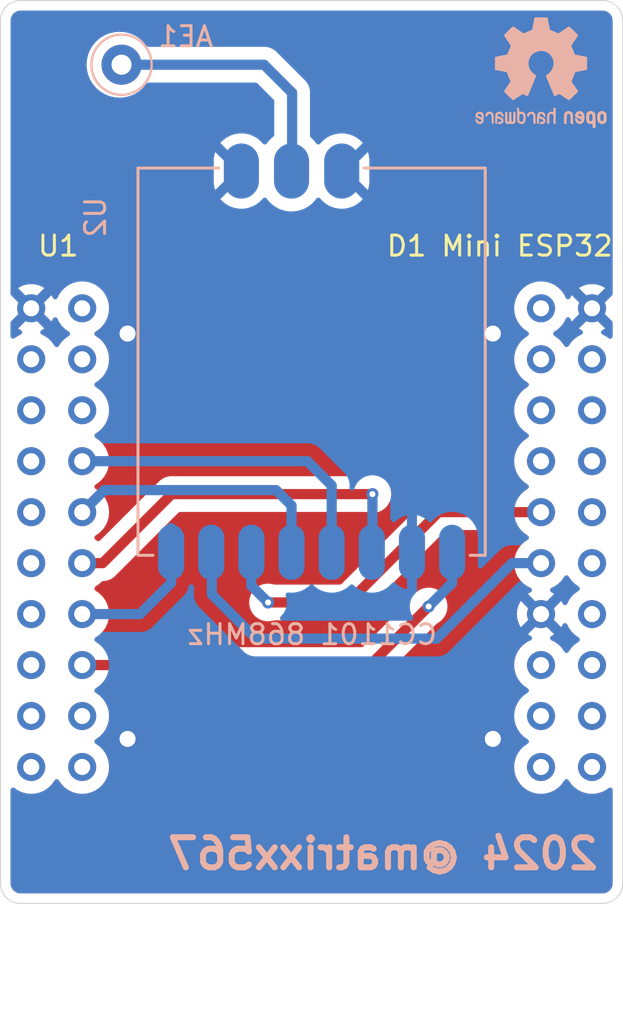
<source format=kicad_pcb>
(kicad_pcb (version 20240108) (generator "pcbnew") (generator_version "8.0")
  (title_block (comment 4 "AISLER Project ID: JBDCPSUR"))
  (layers (0 "F.Cu" signal) (31 "B.Cu" signal) (34 "B.Paste" user) (35 "F.Paste" user) (36 "B.SilkS" user "B.Silkscreen") (37 "F.SilkS" user "F.Silkscreen") (38 "B.Mask" user) (39 "F.Mask" user) (44 "Edge.Cuts" user))
  (net 0 "")
  (net 31 "Net-(AE1-A)")
  (net 32 "Net-(U1-IO_23{slash}D7)")
  (net 33 "Net-(U1-IO_19{slash}D6)")
  (net 34 "Net-(U1-3V3)")
  (net 35 "Net-(U1-IO_17{slash}D3)")
  (net 36 "Net-(U1-IO_16{slash}D4)")
  (net 37 "Net-(U1-IO_18{slash}D5)")
  (net 38 "Net-(U1-IO_05{slash}D8)")
  (net 39 "GND")
  (footprint "Module:ESP32_mini" (layer "F.Cu") (at 62.37 82.37)
    (property "Reference" "U1" (at -12.625 -14.535 0) (layer "F.SilkS"))
    (property "Value" "D1 Mini ESP32" (at 9.375 -14.535 0) (layer "F.SilkS"))
    (pad "1" thru_hole circle (at -13.97 -11.43 270) (size 1.4 1.4) (drill 0.8) (layers "*.Cu" "*.Mask") (net 39 "GND"))
    (pad "2" thru_hole circle (at -11.43 -11.43 270) (size 1.4 1.4) (drill 0.8) (layers "*.Cu" "*.Mask"))
    (pad "3" thru_hole circle (at -13.97 -8.89 270) (size 1.4 1.4) (drill 0.8) (layers "*.Cu" "*.Mask"))
    (pad "4" thru_hole circle (at -11.43 -8.89 270) (size 1.4 1.4) (drill 0.8) (layers "*.Cu" "*.Mask"))
    (pad "5" thru_hole circle (at -13.97 -6.35 270) (size 1.4 1.4) (drill 0.8) (layers "*.Cu" "*.Mask"))
    (pad "6" thru_hole circle (at -11.43 -6.35 270) (size 1.4 1.4) (drill 0.8) (layers "*.Cu" "*.Mask"))
    (pad "7" thru_hole circle (at -13.97 -3.81 270) (size 1.4 1.4) (drill 0.8) (layers "*.Cu" "*.Mask"))
    (pad "8" thru_hole circle (at -11.43 -3.81 270) (size 1.4 1.4) (drill 0.8) (layers "*.Cu" "*.Mask") (net 37 "Net-(U1-IO_18{slash}D5)"))
    (pad "9" thru_hole circle (at -13.97 -1.27 270) (size 1.4 1.4) (drill 0.8) (layers "*.Cu" "*.Mask"))
    (pad "10" thru_hole circle (at -11.43 -1.27 270) (size 1.4 1.4) (drill 0.8) (layers "*.Cu" "*.Mask") (net 33 "Net-(U1-IO_19{slash}D6)"))
    (pad "11" thru_hole circle (at -13.97 1.27 270) (size 1.4 1.4) (drill 0.8) (layers "*.Cu" "*.Mask"))
    (pad "12" thru_hole circle (at -11.43 1.27 270) (size 1.4 1.4) (drill 0.8) (layers "*.Cu" "*.Mask") (net 32 "Net-(U1-IO_23{slash}D7)"))
    (pad "13" thru_hole circle (at -13.97 3.81 270) (size 1.4 1.4) (drill 0.8) (layers "*.Cu" "*.Mask"))
    (pad "14" thru_hole circle (at -11.43 3.81 270) (size 1.4 1.4) (drill 0.8) (layers "*.Cu" "*.Mask") (net 38 "Net-(U1-IO_05{slash}D8)"))
    (pad "15" thru_hole circle (at -13.97 6.35 270) (size 1.4 1.4) (drill 0.8) (layers "*.Cu" "*.Mask"))
    (pad "16" thru_hole circle (at -11.43 6.35 270) (size 1.4 1.4) (drill 0.8) (layers "*.Cu" "*.Mask") (net 34 "Net-(U1-3V3)"))
    (pad "17" thru_hole circle (at -13.97 8.89 270) (size 1.4 1.4) (drill 0.8) (layers "*.Cu" "*.Mask"))
    (pad "18" thru_hole circle (at -11.43 8.89 270) (size 1.4 1.4) (drill 0.8) (layers "*.Cu" "*.Mask"))
    (pad "19" thru_hole circle (at -13.97 11.43 270) (size 1.4 1.4) (drill 0.8) (layers "*.Cu" "*.Mask"))
    (pad "20" thru_hole circle (at -11.43 11.43 270) (size 1.4 1.4) (drill 0.8) (layers "*.Cu" "*.Mask"))
    (pad "21" thru_hole circle (at 11.43 -11.43 270) (size 1.4 1.4) (drill 0.8) (layers "*.Cu" "*.Mask"))
    (pad "22" thru_hole circle (at 13.97 -11.43 270) (size 1.4 1.4) (drill 0.8) (layers "*.Cu" "*.Mask") (net 39 "GND"))
    (pad "23" thru_hole circle (at 11.43 -8.89 270) (size 1.4 1.4) (drill 0.8) (layers "*.Cu" "*.Mask"))
    (pad "24" thru_hole circle (at 13.97 -8.89 270) (size 1.4 1.4) (drill 0.8) (layers "*.Cu" "*.Mask"))
    (pad "25" thru_hole circle (at 11.43 -6.35 270) (size 1.4 1.4) (drill 0.8) (layers "*.Cu" "*.Mask"))
    (pad "26" thru_hole circle (at 13.97 -6.35 270) (size 1.4 1.4) (drill 0.8) (layers "*.Cu" "*.Mask"))
    (pad "27" thru_hole circle (at 11.43 -3.81 270) (size 1.4 1.4) (drill 0.8) (layers "*.Cu" "*.Mask"))
    (pad "28" thru_hole circle (at 13.97 -3.81 270) (size 1.4 1.4) (drill 0.8) (layers "*.Cu" "*.Mask"))
    (pad "29" thru_hole circle (at 11.43 -1.27 270) (size 1.4 1.4) (drill 0.8) (layers "*.Cu" "*.Mask") (net 35 "Net-(U1-IO_17{slash}D3)"))
    (pad "30" thru_hole circle (at 13.97 -1.27 270) (size 1.4 1.4) (drill 0.8) (layers "*.Cu" "*.Mask"))
    (pad "31" thru_hole circle (at 11.43 1.27 270) (size 1.4 1.4) (drill 0.8) (layers "*.Cu" "*.Mask") (net 36 "Net-(U1-IO_16{slash}D4)"))
    (pad "32" thru_hole circle (at 13.97 1.27 270) (size 1.4 1.4) (drill 0.8) (layers "*.Cu" "*.Mask"))
    (pad "33" thru_hole circle (at 11.43 3.81 270) (size 1.4 1.4) (drill 0.8) (layers "*.Cu" "*.Mask") (net 39 "GND"))
    (pad "34" thru_hole circle (at 13.97 3.81 270) (size 1.4 1.4) (drill 0.8) (layers "*.Cu" "*.Mask"))
    (pad "35" thru_hole circle (at 11.43 6.35 270) (size 1.4 1.4) (drill 0.8) (layers "*.Cu" "*.Mask"))
    (pad "36" thru_hole circle (at 13.97 6.35 270) (size 1.4 1.4) (drill 0.8) (layers "*.Cu" "*.Mask"))
    (pad "37" thru_hole circle (at 11.43 8.89 270) (size 1.4 1.4) (drill 0.8) (layers "*.Cu" "*.Mask"))
    (pad "38" thru_hole circle (at 13.97 8.89 270) (size 1.4 1.4) (drill 0.8) (layers "*.Cu" "*.Mask"))
    (pad "39" thru_hole circle (at 11.43 11.43 270) (size 1.4 1.4) (drill 0.8) (layers "*.Cu" "*.Mask"))
    (pad "40" thru_hole circle (at 13.97 11.43 270) (size 1.4 1.4) (drill 0.8) (layers "*.Cu" "*.Mask"))
  )
  (footprint "TestPoint:TestPoint_Loop_D1.80mm_Drill1.0mm_Beaded" (layer "B.Cu") (at 52.9 58.8 180)
    (property "Reference" "AE1" (at -3.2 1.4 180) (layer "B.SilkS") (effects (justify mirror)))
    (property "Value" "Antenna")
    (fp_circle (center 0 0) (end 1.5 0) (stroke (width 0.12)) (fill none) (layer "B.SilkS"))
    (pad "1" thru_hole circle (at 0 0 180) (size 2 2) (drill 1) (layers "*.Cu" "*.Mask") (net 31 "Net-(AE1-A)"))
  )
  (footprint "miscellaneous:CC1101-868MHz-Module" (layer "B.Cu") (at 62.37 73.6 90)
    (property "Reference" "U2" (at 7.2 -10.77 270) (layer "B.SilkS") (effects (justify mirror)))
    (property "Value" "CC1101 868MHz" (at -13.6 0.03 180) (layer "B.SilkS") (effects (justify mirror)))
    (fp_line (start 9.65 -8.65) (end 9.65 -4.625) (stroke (width 0.15)) (layer "B.SilkS"))
    (fp_line (start -9.65 -8.65) (end 9.65 -8.65) (stroke (width 0.15)) (layer "B.SilkS"))
    (fp_line (start -9.65 -7.9) (end -9.65 -8.65) (stroke (width 0.15)) (layer "B.SilkS"))
    (fp_line (start 9.65 2.625) (end 9.65 8.65) (stroke (width 0.15)) (layer "B.SilkS"))
    (fp_line (start 9.65 8.65) (end -9.65 8.65) (stroke (width 0.15)) (layer "B.SilkS"))
    (fp_line (start -9.65 8.65) (end -9.65 7.9) (stroke (width 0.15)) (layer "B.SilkS"))
    (pad "1" smd oval (at -9.5 7 90) (size 2.75 1.3) (layers "B.Cu" "B.Paste" "B.Mask") (net 34 "Net-(U1-3V3)"))
    (pad "2" smd oval (at -9.5 5 90) (size 2.75 1.3) (layers "B.Cu" "B.Paste" "B.Mask") (net 39 "GND"))
    (pad "3" smd oval (at -9.5 3 90) (size 2.75 1.3) (layers "B.Cu" "B.Paste" "B.Mask") (net 32 "Net-(U1-IO_23{slash}D7)"))
    (pad "4" smd oval (at -9.5 1 90) (size 2.75 1.3) (layers "B.Cu" "B.Paste" "B.Mask") (net 37 "Net-(U1-IO_18{slash}D5)"))
    (pad "5" smd oval (at -9.5 -1 90) (size 2.75 1.3) (layers "B.Cu" "B.Paste" "B.Mask") (net 33 "Net-(U1-IO_19{slash}D6)"))
    (pad "6" smd oval (at -9.5 -3 90) (size 2.75 1.3) (layers "B.Cu" "B.Paste" "B.Mask") (net 35 "Net-(U1-IO_17{slash}D3)"))
    (pad "7" smd oval (at -9.5 -5 90) (size 2.75 1.3) (layers "B.Cu" "B.Paste" "B.Mask") (net 36 "Net-(U1-IO_16{slash}D4)"))
    (pad "8" smd oval (at -9.5 -7 90) (size 2.75 1.3) (layers "B.Cu" "B.Paste" "B.Mask") (net 38 "Net-(U1-IO_05{slash}D8)"))
    (pad "9" smd oval (at 9.5 -3.5 90) (size 2.75 1.75) (layers "B.Cu" "B.Paste" "B.Mask") (net 39 "GND"))
    (pad "10" smd oval (at 9.5 -1 90) (size 2.75 1.75) (layers "B.Cu" "B.Paste" "B.Mask") (net 31 "Net-(AE1-A)"))
    (pad "11" smd oval (at 9.5 1.5 90) (size 2.75 1.75) (layers "B.Cu" "B.Paste" "B.Mask") (net 39 "GND"))
  )
  (footprint "Symbol:OSHW-Logo2_7.3x6mm_SilkScreen" (layer "B.Cu") (at 73.8 59.2 180)
    (property "Reference" "REF**" (hide yes))
    (property "Value" "OSHW-Logo2_7.3x6mm_SilkScreen" (hide yes))
    (fp_poly (pts (xy 2.6526 -1.958752) (xy 2.669948 -1.966334) (xy 2.711356 -1.999128) (xy 2.746765 -2.046547) (xy 2.768664 -2.097151) (xy 2.772229 -2.122098) (xy 2.760279 -2.156927) (xy 2.734067 -2.175357) (xy 2.705964 -2.186516) (xy 2.693095 -2.188572) (xy 2.686829 -2.173649) (xy 2.674456 -2.141175) (xy 2.669028 -2.126502) (xy 2.63859 -2.075744) (xy 2.59452 -2.050427) (xy 2.53801 -2.051206) (xy 2.533825 -2.052203) (xy 2.503655 -2.066507) (xy 2.481476 -2.094393) (xy 2.466327 -2.139287) (xy 2.45725 -2.204615) (xy 2.453286 -2.293804) (xy 2.452914 -2.341261) (xy 2.45273 -2.416071) (xy 2.451522 -2.467069) (xy 2.448309 -2.499471) (xy 2.442109 -2.518495) (xy 2.43194 -2.529356) (xy 2.416819 -2.537272) (xy 2.415946 -2.53767) (xy 2.386828 -2.549981) (xy 2.372403 -2.554514) (xy 2.370186 -2.540809) (xy 2.368289 -2.502925) (xy 2.366847 -2.445715) (xy 2.365998 -2.374027) (xy 2.365829 -2.321565) (xy 2.366692 -2.220047) (xy 2.37007 -2.143032) (xy 2.377142 -2.086023) (xy 2.389088 -2.044526) (xy 2.40709 -2.014043) (xy 2.432327 -1.99008) (xy 2.457247 -1.973355) (xy 2.517171 -1.951097) (xy 2.586911 -1.946076) (xy 2.6526 -1.958752)) (stroke (width 0.01)) (fill solid) (layer "B.SilkS"))
    (fp_poly (pts (xy -1.283907 -1.92778) (xy -1.237328 -1.954723) (xy -1.204943 -1.981466) (xy -1.181258 -2.009484) (xy -1.164941 -2.043748) (xy -1.154661 -2.089227) (xy -1.149086 -2.150892) (xy -1.146884 -2.233711) (xy -1.146629 -2.293246) (xy -1.146629 -2.512391) (xy -1.208314 -2.540044) (xy -1.27 -2.567697) (xy -1.277257 -2.32767) (xy -1.280256 -2.238028) (xy -1.283402 -2.172962) (xy -1.287299 -2.128026) (xy -1.292553 -2.09877) (xy -1.299769 -2.080748) (xy -1.30955 -2.069511) (xy -1.312688 -2.067079) (xy -1.360239 -2.048083) (xy -1.408303 -2.0556) (xy -1.436914 -2.075543) (xy -1.448553 -2.089675) (xy -1.456609 -2.10822) (xy -1.461729 -2.136334) (xy -1.464559 -2.179173) (xy -1.465744 -2.241895) (xy -1.465943 -2.307261) (xy -1.465982 -2.389268) (xy -1.467386 -2.447316) (xy -1.472086 -2.486465) (xy -1.482013 -2.51178) (xy -1.499097 -2.528323) (xy -1.525268 -2.541156) (xy -1.560225 -2.554491) (xy -1.598404 -2.569007) (xy -1.593859 -2.311389) (xy -1.592029 -2.218519) (xy -1.589888 -2.149889) (xy -1.586819 -2.100711) (xy -1.582206 -2.066198) (xy -1.575432 -2.041562) (xy -1.565881 -2.022016) (xy -1.554366 -2.00477) (xy -1.49881 -1.94968) (xy -1.43102 -1.917822) (xy -1.357287 -1.910191) (xy -1.283907 -1.92778)) (stroke (width 0.01)) (fill solid) (layer "B.SilkS"))
    (fp_poly (pts (xy 0.529926 -1.949755) (xy 0.595858 -1.974084) (xy 0.649273 -2.017117) (xy 0.670164 -2.047409) (xy 0.692939 -2.102994) (xy 0.692466 -2.143186) (xy 0.668562 -2.170217) (xy 0.659717 -2.174813) (xy 0.62153 -2.189144) (xy 0.602028 -2.185472) (xy 0.595422 -2.161407) (xy 0.595086 -2.148114) (xy 0.582992 -2.09921) (xy 0.551471 -2.064999) (xy 0.507659 -2.048476) (xy 0.458695 -2.052634) (xy 0.418894 -2.074227) (xy 0.40545 -2.086544) (xy 0.395921 -2.101487) (xy 0.389485 -2.124075) (xy 0.385317 -2.159328) (xy 0.382597 -2.212266) (xy 0.380502 -2.287907) (xy 0.37996 -2.311857) (xy 0.377981 -2.39379) (xy 0.375731 -2.451455) (xy 0.372357 -2.489608) (xy 0.367006 -2.513004) (xy 0.358824 -2.526398) (xy 0.346959 -2.534545) (xy 0.339362 -2.538144) (xy 0.307102 -2.550452) (xy 0.288111 -2.554514) (xy 0.281836 -2.540948) (xy 0.278006 -2.499934) (xy 0.2766 -2.430999) (xy 0.277598 -2.333669) (xy 0.277908 -2.318657) (xy 0.280101 -2.229859) (xy 0.282693 -2.165019) (xy 0.286382 -2.119067) (xy 0.291864 -2.086935) (xy 0.299835 -2.063553) (xy 0.310993 -2.043852) (xy 0.31683 -2.03541) (xy 0.350296 -1.998057) (xy 0.387727 -1.969003) (xy 0.392309 -1.966467) (xy 0.459426 -1.946443) (xy 0.529926 -1.949755)) (stroke (width 0.01)) (fill solid) (layer "B.SilkS"))
    (fp_poly (pts (xy 1.779833 -1.958663) (xy 1.782048 -1.99685) (xy 1.783784 -2.054886) (xy 1.784899 -2.12818) (xy 1.785257 -2.205055) (xy 1.785257 -2.465196) (xy 1.739326 -2.511127) (xy 1.707675 -2.539429) (xy 1.67989 -2.550893) (xy 1.641915 -2.550168) (xy 1.62684 -2.548321) (xy 1.579726 -2.542948) (xy 1.540756 -2.539869) (xy 1.531257 -2.539585) (xy 1.499233 -2.541445) (xy 1.453432 -2.546114) (xy 1.435674 -2.548321) (xy 1.392057 -2.551735) (xy 1.362745 -2.54432) (xy 1.33368 -2.521427) (xy 1.323188 -2.511127) (xy 1.277257 -2.465196) (xy 1.277257 -1.978602) (xy 1.314226 -1.961758) (xy 1.346059 -1.949282) (xy 1.364683 -1.944914) (xy 1.369458 -1.958718) (xy 1.373921 -1.997286) (xy 1.377775 -2.056356) (xy 1.380722 -2.131663) (xy 1.382143 -2.195286) (xy 1.386114 -2.445657) (xy 1.420759 -2.450556) (xy 1.452268 -2.447131) (xy 1.467708 -2.436041) (xy 1.472023 -2.415308) (xy 1.475708 -2.371145) (xy 1.478469 -2.309146) (xy 1.480012 -2.234909) (xy 1.480235 -2.196706) (xy 1.480457 -1.976783) (xy 1.526166 -1.960849) (xy 1.558518 -1.950015) (xy 1.576115 -1.944962) (xy 1.576623 -1.944914) (xy 1.578388 -1.958648) (xy 1.580329 -1.99673) (xy 1.582282 -2.054482) (xy 1.584084 -2.127227) (xy 1.585343 -2.195286) (xy 1.589314 -2.445657) (xy 1.6764 -2.445657) (xy 1.680396 -2.21724) (xy 1.684392 -1.988822) (xy 1.726847 -1.966868) (xy 1.758192 -1.951793) (xy 1.776744 -1.944951) (xy 1.777279 -1.944914) (xy 1.779833 -1.958663)) (stroke (width 0.01)) (fill solid) (layer "B.SilkS"))
    (fp_poly (pts (xy -0.624114 -1.851289) (xy -0.619861 -1.910613) (xy -0.614975 -1.945572) (xy -0.608205 -1.96082) (xy -0.598298 -1.961015) (xy -0.595086 -1.959195) (xy -0.552356 -1.946015) (xy -0.496773 -1.946785) (xy -0.440263 -1.960333) (xy -0.404918 -1.977861) (xy -0.368679 -2.005861) (xy -0.342187 -2.037549) (xy -0.324001 -2.077813) (xy -0.312678 -2.131543) (xy -0.306778 -2.203626) (xy -0.304857 -2.298951) (xy -0.304823 -2.317237) (xy -0.3048 -2.522646) (xy -0.350509 -2.53858) (xy -0.382973 -2.54942) (xy -0.400785 -2.554468) (xy -0.401309 -2.554514) (xy -0.403063 -2.540828) (xy -0.404556 -2.503076) (xy -0.405674 -2.446224) (xy -0.406303 -2.375234) (xy -0.4064 -2.332073) (xy -0.406602 -2.246973) (xy -0.407642 -2.185981) (xy -0.410169 -2.144177) (xy -0.414836 -2.116642) (xy -0.422293 -2.098456) (xy -0.433189 -2.084698) (xy -0.439993 -2.078073) (xy -0.486728 -2.051375) (xy -0.537728 -2.049375) (xy -0.583999 -2.071955) (xy -0.592556 -2.080107) (xy -0.605107 -2.095436) (xy -0.613812 -2.113618) (xy -0.619369 -2.139909) (xy -0.622474 -2.179562) (xy -0.623824 -2.237832) (xy -0.624114 -2.318173) (xy -0.624114 -2.522646) (xy -0.669823 -2.53858) (xy -0.702287 -2.54942) (xy -0.720099 -2.554468) (xy -0.720623 -2.554514) (xy -0.721963 -2.540623) (xy -0.723172 -2.501439) (xy -0.724199 -2.4407) (xy -0.724998 -2.362141) (xy -0.725519 -2.269498) (xy -0.725714 -2.166509) (xy -0.725714 -1.769342) (xy -0.678543 -1.749444) (xy -0.631371 -1.729547) (xy -0.624114 -1.851289)) (stroke (width 0.01)) (fill solid) (layer "B.SilkS"))
    (fp_poly (pts (xy -2.958885 -1.921962) (xy -2.890855 -1.957733) (xy -2.840649 -2.015301) (xy -2.822815 -2.052312) (xy -2.808937 -2.107882) (xy -2.801833 -2.178096) (xy -2.80116 -2.254727) (xy -2.806573 -2.329552) (xy -2.81773 -2.394342) (xy -2.834286 -2.440873) (xy -2.839374 -2.448887) (xy -2.899645 -2.508707) (xy -2.971231 -2.544535) (xy -3.048908 -2.55502) (xy -3.127452 -2.53881) (xy -3.149311 -2.529092) (xy -3.191878 -2.499143) (xy -3.229237 -2.459433) (xy -3.232768 -2.454397) (xy -3.247119 -2.430124) (xy -3.256606 -2.404178) (xy -3.26221 -2.370022) (xy -3.264914 -2.321119) (xy -3.265701 -2.250935) (xy -3.265714 -2.2352) (xy -3.265678 -2.230192) (xy -3.120571 -2.230192) (xy -3.119727 -2.29643) (xy -3.116404 -2.340386) (xy -3.109417 -2.368779) (xy -3.097584 -2.388325) (xy -3.091543 -2.394857) (xy -3.056814 -2.41968) (xy -3.023097 -2.418548) (xy -2.989005 -2.397016) (xy -2.968671 -2.374029) (xy -2.956629 -2.340478) (xy -2.949866 -2.287569) (xy -2.949402 -2.281399) (xy -2.948248 -2.185513) (xy -2.960312 -2.114299) (xy -2.98543 -2.068194) (xy -3.02344 -2.047635) (xy -3.037008 -2.046514) (xy -3.072636 -2.052152) (xy -3.097006 -2.071686) (xy -3.111907 -2.109042) (xy -3.119125 -2.16815) (xy -3.120571 -2.230192) (xy -3.265678 -2.230192) (xy -3.265174 -2.160413) (xy -3.262904 -2.108159) (xy -3.257932 -2.071949) (xy -3.249287 -2.045299) (xy -3.235995 -2.021722) (xy -3.233057 -2.017338) (xy -3.183687 -1.958249) (xy -3.129891 -1.923947) (xy -3.064398 -1.910331) (xy -3.042158 -1.909665) (xy -2.958885 -1.921962)) (stroke (width 0.01)) (fill solid) (layer "B.SilkS"))
    (fp_poly (pts (xy 3.153595 -1.966966) (xy 3.211021 -2.004497) (xy 3.238719 -2.038096) (xy 3.260662 -2.099064) (xy 3.262405 -2.147308) (xy 3.258457 -2.211816) (xy 3.109686 -2.276934) (xy 3.037349 -2.310202) (xy 2.990084 -2.336964) (xy 2.965507 -2.360144) (xy 2.961237 -2.382667) (xy 2.974889 -2.407455) (xy 2.989943 -2.423886) (xy 3.033746 -2.450235) (xy 3.081389 -2.452081) (xy 3.125145 -2.431546) (xy 3.157289 -2.390752) (xy 3.163038 -2.376347) (xy 3.190576 -2.331356) (xy 3.222258 -2.312182) (xy 3.265714 -2.295779) (xy 3.265714 -2.357966) (xy 3.261872 -2.400283) (xy 3.246823 -2.435969) (xy 3.21528 -2.476943) (xy 3.210592 -2.482267) (xy 3.175506 -2.51872) (xy 3.145347 -2.538283) (xy 3.107615 -2.547283) (xy 3.076335 -2.55023) (xy 3.020385 -2.550965) (xy 2.980555 -2.54166) (xy 2.955708 -2.527846) (xy 2.916656 -2.497467) (xy 2.889625 -2.464613) (xy 2.872517 -2.423294) (xy 2.863238 -2.367521) (xy 2.859693 -2.291305) (xy 2.85941 -2.252622) (xy 2.860372 -2.206247) (xy 2.948007 -2.206247) (xy 2.949023 -2.231126) (xy 2.951556 -2.2352) (xy 2.968274 -2.229665) (xy 3.004249 -2.215017) (xy 3.052331 -2.19419) (xy 3.062386 -2.189714) (xy 3.123152 -2.158814) (xy 3.156632 -2.131657) (xy 3.16399 -2.10622) (xy 3.146391 -2.080481) (xy 3.131856 -2.069109) (xy 3.07941 -2.046364) (xy 3.030322 -2.050122) (xy 2.989227 -2.077884) (xy 2.960758 -2.127152) (xy 2.951631 -2.166257) (xy 2.948007 -2.206247) (xy 2.860372 -2.206247) (xy 2.861285 -2.162249) (xy 2.868196 -2.095384) (xy 2.881884 -2.046695) (xy 2.904096 -2.010849) (xy 2.936574 -1.982513) (xy 2.950733 -1.973355) (xy 3.015053 -1.949507) (xy 3.085473 -1.948006) (xy 3.153595 -1.966966)) (stroke (width 0.01)) (fill solid) (layer "B.SilkS"))
    (fp_poly (pts (xy 1.190117 -2.065358) (xy 1.189933 -2.173837) (xy 1.189219 -2.257287) (xy 1.187675 -2.319704) (xy 1.185001 -2.365085) (xy 1.180894 -2.397429) (xy 1.175055 -2.420733) (xy 1.167182 -2.438995) (xy 1.161221 -2.449418) (xy 1.111855 -2.505945) (xy 1.049264 -2.541377) (xy 0.980013 -2.55409) (xy 0.910668 -2.542463) (xy 0.869375 -2.521568) (xy 0.826025 -2.485422) (xy 0.796481 -2.441276) (xy 0.778655 -2.383462) (xy 0.770463 -2.306313) (xy 0.769302 -2.249714) (xy 0.769458 -2.245647) (xy 0.870857 -2.245647) (xy 0.871476 -2.31055) (xy 0.874314 -2.353514) (xy 0.88084 -2.381622) (xy 0.892523 -2.401953) (xy 0.906483 -2.417288) (xy 0.953365 -2.44689) (xy 1.003701 -2.449419) (xy 1.051276 -2.424705) (xy 1.054979 -2.421356) (xy 1.070783 -2.403935) (xy 1.080693 -2.383209) (xy 1.086058 -2.352362) (xy 1.088228 -2.304577) (xy 1.088571 -2.251748) (xy 1.087827 -2.185381) (xy 1.084748 -2.141106) (xy 1.078061 -2.112009) (xy 1.066496 -2.091173) (xy 1.057013 -2.080107) (xy 1.01296 -2.052198) (xy 0.962224 -2.048843) (xy 0.913796 -2.070159) (xy 0.90445 -2.078073) (xy 0.88854 -2.095647) (xy 0.87861 -2.116587) (xy 0.873278 -2.147782) (xy 0.871163 -2.196122) (xy 0.870857 -2.245647) (xy 0.769458 -2.245647) (xy 0.77281 -2.158568) (xy 0.784726 -2.090086) (xy 0.807135 -2.0386) (xy 0.842124 -1.998443) (xy 0.869375 -1.977861) (xy 0.918907 -1.955625) (xy 0.976316 -1.945304) (xy 1.029682 -1.948067) (xy 1.059543 -1.959212) (xy 1.071261 -1.962383) (xy 1.079037 -1.950557) (xy 1.084465 -1.918866) (xy 1.088571 -1.870593) (xy 1.093067 -1.816829) (xy 1.099313 -1.784482) (xy 1.110676 -1.765985) (xy 1.130528 -1.75377) (xy 1.143 -1.748362) (xy 1.190171 -1.728601) (xy 1.190117 -2.065358)) (stroke (width 0.01)) (fill solid) (layer "B.SilkS"))
    (fp_poly (pts (xy -1.831697 -1.931239) (xy -1.774473 -1.969735) (xy -1.730251 -2.025335) (xy -1.703833 -2.096086) (xy -1.69849 -2.148162) (xy -1.699097 -2.169893) (xy -1.704178 -2.186531) (xy -1.718145 -2.201437) (xy -1.745411 -2.217973) (xy -1.790388 -2.239498) (xy -1.857489 -2.269374) (xy -1.857829 -2.269524) (xy -1.919593 -2.297813) (xy -1.970241 -2.322933) (xy -2.004596 -2.342179) (xy -2.017482 -2.352848) (xy -2.017486 -2.352934) (xy -2.006128 -2.376166) (xy -1.979569 -2.401774) (xy -1.949077 -2.420221) (xy -1.93363 -2.423886) (xy -1.891485 -2.411212) (xy -1.855192 -2.379471) (xy -1.837483 -2.344572) (xy -1.820448 -2.318845) (xy -1.787078 -2.289546) (xy -1.747851 -2.264235) (xy -1.713244 -2.250471) (xy -1.706007 -2.249714) (xy -1.697861 -2.26216) (xy -1.69737 -2.293972) (xy -1.703357 -2.336866) (xy -1.714643 -2.382558) (xy -1.73005 -2.422761) (xy -1.730829 -2.424322) (xy -1.777196 -2.489062) (xy -1.837289 -2.533097) (xy -1.905535 -2.554711) (xy -1.976362 -2.552185) (xy -2.044196 -2.523804) (xy -2.047212 -2.521808) (xy -2.100573 -2.473448) (xy -2.13566 -2.410352) (xy -2.155078 -2.327387) (xy -2.157684 -2.304078) (xy -2.162299 -2.194055) (xy -2.156767 -2.142748) (xy -2.017486 -2.142748) (xy -2.015676 -2.174753) (xy -2.005778 -2.184093) (xy -1.981102 -2.177105) (xy -1.942205 -2.160587) (xy -1.898725 -2.139881) (xy -1.897644 -2.139333) (xy -1.860791 -2.119949) (xy -1.846 -2.107013) (xy -1.849647 -2.093451) (xy -1.865005 -2.075632) (xy -1.904077 -2.049845) (xy -1.946154 -2.04795) (xy -1.983897 -2.066717) (xy -2.009966 -2.102915) (xy -2.017486 -2.142748) (xy -2.156767 -2.142748) (xy -2.152806 -2.106027) (xy -2.12845 -2.036212) (xy -2.094544 -1.987302) (xy -2.033347 -1.937878) (xy -1.965937 -1.913359) (xy -1.89712 -1.911797) (xy -1.831697 -1.931239)) (stroke (width 0.01)) (fill solid) (layer "B.SilkS"))
    (fp_poly (pts (xy 0.039744 -1.950968) (xy 0.096616 -1.972087) (xy 0.097267 -1.972493) (xy 0.13244 -1.99838) (xy 0.158407 -2.028633) (xy 0.17667 -2.068058) (xy 0.188732 -2.121462) (xy 0.196096 -2.193651) (xy 0.200264 -2.289432) (xy 0.200629 -2.303078) (xy 0.205876 -2.508842) (xy 0.161716 -2.531678) (xy 0.129763 -2.54711) (xy 0.11047 -2.554423) (xy 0.109578 -2.554514) (xy 0.106239 -2.541022) (xy 0.103587 -2.504626) (xy 0.101956 -2.451452) (xy 0.1016 -2.408393) (xy 0.101592 -2.338641) (xy 0.098403 -2.294837) (xy 0.087288 -2.273944) (xy 0.063501 -2.272925) (xy 0.022296 -2.288741) (xy -0.039914 -2.317815) (xy -0.085659 -2.341963) (xy -0.109187 -2.362913) (xy -0.116104 -2.385747) (xy -0.116114 -2.386877) (xy -0.104701 -2.426212) (xy -0.070908 -2.447462) (xy -0.019191 -2.450539) (xy 0.018061 -2.450006) (xy 0.037703 -2.460735) (xy 0.049952 -2.486505) (xy 0.057002 -2.519337) (xy 0.046842 -2.537966) (xy 0.043017 -2.540632) (xy 0.007001 -2.55134) (xy -0.043434 -2.552856) (xy -0.095374 -2.545759) (xy -0.132178 -2.532788) (xy -0.183062 -2.489585) (xy -0.211986 -2.429446) (xy -0.217714 -2.382462) (xy -0.213343 -2.340082) (xy -0.197525 -2.305488) (xy -0.166203 -2.274763) (xy -0.115322 -2.24399) (xy -0.040824 -2.209252) (xy -0.036286 -2.207288) (xy 0.030821 -2.176287) (xy 0.072232 -2.150862) (xy 0.089981 -2.128014) (xy 0.086107 -2.104745) (xy 0.062643 -2.078056) (xy 0.055627 -2.071914) (xy 0.00863 -2.0481) (xy -0.040067 -2.049103) (xy -0.082478 -2.072451) (xy -0.110616 -2.115675) (xy -0.113231 -2.12416) (xy -0.138692 -2.165308) (xy -0.170999 -2.185128) (xy -0.217714 -2.20477) (xy -0.217714 -2.15395) (xy -0.203504 -2.080082) (xy -0.161325 -2.012327) (xy -0.139376 -1.989661) (xy -0.089483 -1.960569) (xy -0.026033 -1.9474) (xy 0.039744 -1.950968)) (stroke (width 0.01)) (fill solid) (layer "B.SilkS"))
    (fp_poly (pts (xy 2.144876 -1.956335) (xy 2.186667 -1.975344) (xy 2.219469 -1.998378) (xy 2.243503 -2.024133) (xy 2.260097 -2.057358) (xy 2.270577 -2.1028) (xy 2.276271 -2.165207) (xy 2.278507 -2.249327) (xy 2.278743 -2.304721) (xy 2.278743 -2.520826) (xy 2.241774 -2.53767) (xy 2.212656 -2.549981) (xy 2.198231 -2.554514) (xy 2.195472 -2.541025) (xy 2.193282 -2.504653) (xy 2.191942 -2.451542) (xy 2.191657 -2.409372) (xy 2.190434 -2.348447) (xy 2.187136 -2.300115) (xy 2.182321 -2.270518) (xy 2.178496 -2.264229) (xy 2.152783 -2.270652) (xy 2.112418 -2.287125) (xy 2.065679 -2.309458) (xy 2.020845 -2.333457) (xy 1.986193 -2.35493) (xy 1.970002 -2.369685) (xy 1.969938 -2.369845) (xy 1.97133 -2.397152) (xy 1.983818 -2.423219) (xy 2.005743 -2.444392) (xy 2.037743 -2.451474) (xy 2.065092 -2.450649) (xy 2.103826 -2.450042) (xy 2.124158 -2.459116) (xy 2.136369 -2.483092) (xy 2.137909 -2.487613) (xy 2.143203 -2.521806) (xy 2.129047 -2.542568) (xy 2.092148 -2.552462) (xy 2.052289 -2.554292) (xy 1.980562 -2.540727) (xy 1.943432 -2.521355) (xy 1.897576 -2.475845) (xy 1.873256 -2.419983) (xy 1.871073 -2.360957) (xy 1.891629 -2.305953) (xy 1.922549 -2.271486) (xy 1.95342 -2.252189) (xy 2.001942 -2.227759) (xy 2.058485 -2.202985) (xy 2.06791 -2.199199) (xy 2.130019 -2.171791) (xy 2.165822 -2.147634) (xy 2.177337 -2.123619) (xy 2.16658 -2.096635) (xy 2.148114 -2.075543) (xy 2.104469 -2.049572) (xy 2.056446 -2.047624) (xy 2.012406 -2.067637) (xy 1.980709 -2.107551) (xy 1.976549 -2.117848) (xy 1.952327 -2.155724) (xy 1.916965 -2.183842) (xy 1.872343 -2.206917) (xy 1.872343 -2.141485) (xy 1.874969 -2.101506) (xy 1.88623 -2.069997) (xy 1.911199 -2.036378) (xy 1.935169 -2.010484) (xy 1.972441 -1.973817) (xy 2.001401 -1.954121) (xy 2.032505 -1.94622) (xy 2.067713 -1.944914) (xy 2.144876 -1.956335)) (stroke (width 0.01)) (fill solid) (layer "B.SilkS"))
    (fp_poly (pts (xy -2.400256 -1.919918) (xy -2.344799 -1.947568) (xy -2.295852 -1.99848) (xy -2.282371 -2.017338) (xy -2.267686 -2.042015) (xy -2.258158 -2.068816) (xy -2.252707 -2.104587) (xy -2.250253 -2.156169) (xy -2.249714 -2.224267) (xy -2.252148 -2.317588) (xy -2.260606 -2.387657) (xy -2.276826 -2.439931) (xy -2.302546 -2.479869) (xy -2.339503 -2.512929) (xy -2.342218 -2.514886) (xy -2.37864 -2.534908) (xy -2.422498 -2.544815) (xy -2.478276 -2.547257) (xy -2.568952 -2.547257) (xy -2.56899 -2.635283) (xy -2.569834 -2.684308) (xy -2.574976 -2.713065) (xy -2.588413 -2.730311) (xy -2.614142 -2.744808) (xy -2.620321 -2.747769) (xy -2.649236 -2.761648) (xy -2.671624 -2.770414) (xy -2.688271 -2.771171) (xy -2.699964 -2.761023) (xy -2.70749 -2.737073) (xy -2.711634 -2.696426) (xy -2.713185 -2.636186) (xy -2.712929 -2.553455) (xy -2.711651 -2.445339) (xy -2.711252 -2.413) (xy -2.709815 -2.301524) (xy -2.708528 -2.228603) (xy -2.569029 -2.228603) (xy -2.568245 -2.290499) (xy -2.56476 -2.330997) (xy -2.556876 -2.357708) (xy -2.542895 -2.378244) (xy -2.533403 -2.38826) (xy -2.494596 -2.417567) (xy -2.460237 -2.419952) (xy -2.424784 -2.39575) (xy -2.423886 -2.394857) (xy -2.409461 -2.376153) (xy -2.400687 -2.350732) (xy -2.396261 -2.311584) (xy -2.394882 -2.251697) (xy -2.394857 -2.23843) (xy -2.398188 -2.155901) (xy -2.409031 -2.098691) (xy -2.42866 -2.063766) (xy -2.45835 -2.048094) (xy -2.475509 -2.046514) (xy -2.516234 -2.053926) (xy -2.544168 -2.07833) (xy -2.560983 -2.12298) (xy -2.56835 -2.19113) (xy -2.569029 -2.228603) (xy -2.708528 -2.228603) (xy -2.708292 -2.215245) (xy -2.706323 -2.150333) (xy -2.70355 -2.102958) (xy -2.699612 -2.06929) (xy -2.694151 -2.045498) (xy -2.686808 -2.027753) (xy -2.677223 -2.012224) (xy -2.673113 -2.006381) (xy -2.618595 -1.951185) (xy -2.549664 -1.91989) (xy -2.469928 -1.911165) (xy -2.400256 -1.919918)) (stroke (width 0.01)) (fill solid) (layer "B.SilkS"))
    (fp_poly (pts (xy 0.10391 2.757652) (xy 0.182454 2.757222) (xy 0.239298 2.756058) (xy 0.278105 2.753793) (xy 0.302538 2.75006) (xy 0.316262 2.744494) (xy 0.32294 2.736727) (xy 0.326236 2.726395) (xy 0.326556 2.725057) (xy 0.331562 2.700921) (xy 0.340829 2.653299) (xy 0.353392 2.587259) (xy 0.368287 2.507872) (xy 0.384551 2.420204) (xy 0.385119 2.417125) (xy 0.40141 2.331211) (xy 0.416652 2.255304) (xy 0.429861 2.193955) (xy 0.440054 2.151718) (xy 0.446248 2.133145) (xy 0.446543 2.132816) (xy 0.464788 2.123747) (xy 0.502405 2.108633) (xy 0.551271 2.090738) (xy 0.551543 2.090642) (xy 0.613093 2.067507) (xy 0.685657 2.038035) (xy 0.754057 2.008403) (xy 0.757294 2.006938) (xy 0.868702 1.956374) (xy 1.115399 2.12484) (xy 1.191077 2.176197) (xy 1.259631 2.222111) (xy 1.317088 2.25997) (xy 1.359476 2.287163) (xy 1.382825 2.301079) (xy 1.385042 2.302111) (xy 1.40201 2.297516) (xy 1.433701 2.275345) (xy 1.481352 2.234553) (xy 1.546198 2.174095) (xy 1.612397 2.109773) (xy 1.676214 2.046388) (xy 1.733329 1.988549) (xy 1.780305 1.939825) (xy 1.813703 1.90379) (xy 1.830085 1.884016) (xy 1.830694 1.882998) (xy 1.832505 1.869428) (xy 1.825683 1.847267) (xy 1.80854 1.813522) (xy 1.779393 1.7652) (xy 1.736555 1.699308) (xy 1.679448 1.614483) (xy 1.628766 1.539823) (xy 1.583461 1.47286) (xy 1.54615 1.417484) (xy 1.519452 1.37758) (xy 1.505985 1.357038) (xy 1.505137 1.355644) (xy 1.506781 1.335962) (xy 1.519245 1.297707) (xy 1.540048 1.248111) (xy 1.547462 1.232272) (xy 1.579814 1.16171) (xy 1.614328 1.081647) (xy 1.642365 1.012371) (xy 1.662568 0.960955) (xy 1.678615 0.921881) (xy 1.687888 0.901459) (xy 1.689041 0.899886) (xy 1.706096 0.897279) (xy 1.746298 0.890137) (xy 1.804302 0.879477) (xy 1.874763 0.866315) (xy 1.952335 0.851667) (xy 2.031672 0.836551) (xy 2.107431 0.821982) (xy 2.174264 0.808978) (xy 2.226828 0.798555) (xy 2.259776 0.79173) (xy 2.267857 0.789801) (xy 2.276205 0.785038) (xy 2.282506 0.774282) (xy 2.287045 0.753902) (xy 2.290104 0.720266) (xy 2.291967 0.669745) (xy 2.292918 0.598708) (xy 2.29324 0.503524) (xy 2.293257 0.464508) (xy 2.293257 0.147201) (xy 2.217057 0.132161) (xy 2.174663 0.124005) (xy 2.1114 0.112101) (xy 2.034962 0.097884) (xy 1.953043 0.08279) (xy 1.9304 0.078645) (xy 1.854806 0.063947) (xy 1.788953 0.049495) (xy 1.738366 0.036625) (xy 1.708574 0.026678) (xy 1.703612 0.023713) (xy 1.691426 0.002717) (xy 1.673953 -0.037967) (xy 1.654577 -0.090322) (xy 1.650734 -0.1016) (xy 1.625339 -0.171523) (xy 1.593817 -0.250418) (xy 1.562969 -0.321266) (xy 1.562817 -0.321595) (xy 1.511447 -0.432733) (xy 1.680399 -0.681253) (xy 1.849352 -0.929772) (xy 1.632429 -1.147058) (xy 1.566819 -1.211726) (xy 1.506979 -1.268733) (xy 1.456267 -1.315033) (xy 1.418046 -1.347584) (xy 1.395675 -1.363343) (xy 1.392466 -1.364343) (xy 1.373626 -1.356469) (xy 1.33518 -1.334578) (xy 1.28133 -1.301267) (xy 1.216276 -1.259131) (xy 1.14594 -1.211943) (xy 1.074555 -1.16381) (xy 1.010908 -1.121928) (xy 0.959041 -1.088871) (xy 0.922995 -1.067218) (xy 0.906867 -1.059543) (xy 0.887189 -1.066037) (xy 0.849875 -1.08315) (xy 0.802621 -1.107326) (xy 0.797612 -1.110013) (xy 0.733977 -1.141927) (xy 0.690341 -1.157579) (xy 0.663202 -1.157745) (xy 0.649057 -1.143204) (xy 0.648975 -1.143) (xy 0.641905 -1.125779) (xy 0.625042 -1.084899) (xy 0.599695 -1.023525) (xy 0.567171 -0.944819) (xy 0.528778 -0.851947) (xy 0.485822 -0.748072) (xy 0.444222 -0.647502) (xy 0.398504 -0.536516) (xy 0.356526 -0.433703) (xy 0.319548 -0.342215) (xy 0.288827 -0.265201) (xy 0.265622 -0.205815) (xy 0.25119 -0.167209) (xy 0.246743 -0.1528) (xy 0.257896 -0.136272) (xy 0.287069 -0.10993) (xy 0.325971 -0.080887) (xy 0.436757 0.010961) (xy 0.523351 0.116241) (xy 0.584716 0.232734) (xy 0.619815 0.358224) (xy 0.627608 0.490493) (xy 0.621943 0.551543) (xy 0.591078 0.678205) (xy 0.53792 0.790059) (xy 0.465767 0.885999) (xy 0.377917 0.964924) (xy 0.277665 1.02573) (xy 0.16831 1.067313) (xy 0.053147 1.088572) (xy -0.064525 1.088401) (xy -0.18141 1.065699) (xy -0.294211 1.019362) (xy -0.399631 0.948287) (xy -0.443632 0.908089) (xy -0.528021 0.804871) (xy -0.586778 0.692075) (xy -0.620296 0.57299) (xy -0.628965 0.450905) (xy -0.613177 0.329107) (xy -0.573322 0.210884) (xy -0.509793 0.099525) (xy -0.422979 -0.001684) (xy -0.325971 -0.080887) (xy -0.285563 -0.111162) (xy -0.257018 -0.137219) (xy -0.246743 -0.152825) (xy -0.252123 -0.169843) (xy -0.267425 -0.2105) (xy -0.291388 -0.271642) (xy -0.322756 -0.350119) (xy -0.360268 -0.44278) (xy -0.402667 -0.546472) (xy -0.444337 -0.647526) (xy -0.49031 -0.758607) (xy -0.532893 -0.861541) (xy -0.570779 -0.953165) (xy -0.60266 -1.030316) (xy -0.627229 -1.089831) (xy -0.64318 -1.128544) (xy -0.64909 -1.143) (xy -0.663052 -1.157685) (xy -0.69006 -1.157642) (xy -0.733587 -1.142099) (xy -0.79711 -1.110284) (xy -0.797612 -1.110013) (xy -0.84544 -1.085323) (xy -0.884103 -1.067338) (xy -0.905905 -1.059614) (xy -0.906867 -1.059543) (xy -0.923279 -1.067378) (xy -0.959513 -1.089165) (xy -1.011526 -1.122328) (xy -1.075275 -1.164291) (xy -1.14594 -1.211943) (xy -1.217884 -1.260191) (xy -1.282726 -1.302151) (xy -1.336265 -1.335227) (xy -1.374303 -1.356821) (xy -1.392467 -1.364343) (xy -1.409192 -1.354457) (xy -1.44282 -1.326826) (xy -1.48999 -1.284495) (xy -1.547342 -1.230505) (xy -1.611516 -1.167899) (xy -1.632503 -1.146983) (xy -1.849501 -0.929623) (xy -1.684332 -0.68722) (xy -1.634136 -0.612781) (xy -1.590081 -0.545972) (xy -1.554638 -0.490665) (xy -1.530281 -0.450729) (xy -1.519478 -0.430036) (xy -1.519162 -0.428563) (xy -1.524857 -0.409058) (xy -1.540174 -0.369822) (xy -1.562463 -0.31743) (xy -1.578107 -0.282355) (xy -1.607359 -0.215201) (xy -1.634906 -0.147358) (xy -1.656263 -0.090034) (xy -1.662065 -0.072572) (xy -1.678548 -0.025938) (xy -1.69466 0.010095) (xy -1.70351 0.023713) (xy -1.72304 0.032048) (xy -1.765666 0.043863) (xy -1.825855 0.057819) (xy -1.898078 0.072578) (xy -1.9304 0.078645) (xy -2.012478 0.093727) (xy -2.091205 0.108331) (xy -2.158891 0.12102) (xy -2.20784 0.130358) (xy -2.217057 0.132161) (xy -2.293257 0.147201) (xy -2.293257 0.464508) (xy -2.293086 0.568846) (xy -2.292384 0.647787) (xy -2.290866 0.704962) (xy -2.288251 0.744001) (xy -2.284254 0.768535) (xy -2.278591 0.782195) (xy -2.27098 0.788611) (xy -2.267857 0.789801) (xy -2.249022 0.79402) (xy -2.207412 0.802438) (xy -2.14837 0.814039) (xy -2.077243 0.827805) (xy -1.999375 0.84272) (xy -1.920113 0.857768) (xy -1.844802 0.871931) (xy -1.778787 0.884194) (xy -1.727413 0.893539) (xy -1.696025 0.89895) (xy -1.689041 0.899886) (xy -1.682715 0.912404) (xy -1.66871 0.945754) (xy -1.649645 0.993623) (xy -1.642366 1.012371) (xy -1.613004 1.084805) (xy -1.578429 1.16483) (xy -1.547463 1.232272) (xy -1.524677 1.283841) (xy -1.509518 1.326215) (xy -1.504458 1.352166) (xy -1.505264 1.355644) (xy -1.515959 1.372064) (xy -1.54038 1.408583) (xy -1.575905 1.461313) (xy -1.619913 1.526365) (xy -1.669783 1.599849) (xy -1.679644 1.614355) (xy -1.737508 1.700296) (xy -1.780044 1.765739) (xy -1.808946 1.813696) (xy -1.82591 1.84718) (xy -1.832633 1.869205) (xy -1.83081 1.882783) (xy -1.830764 1.882869) (xy -1.816414 1.900703) (xy -1.784677 1.935183) (xy -1.73899 1.982732) (xy -1.682796 2.039778) (xy -1.619532 2.102745) (xy -1.612398 2.109773) (xy -1.53267 2.18698) (xy -1.471143 2.24367) (xy -1.426579 2.28089) (xy -1.397743 2.299685) (xy -1.385042 2.302111) (xy -1.366506 2.291529) (xy -1.328039 2.267084) (xy -1.273614 2.231388) (xy -1.207202 2.187053) (xy -1.132775 2.136689) (xy -1.115399 2.12484) (xy -0.868703 1.956374) (xy -0.757294 2.006938) (xy -0.689543 2.036405) (xy -0.616817 2.066041) (xy -0.554297 2.08967) (xy -0.551543 2.090642) (xy -0.50264 2.108543) (xy -0.464943 2.12368) (xy -0.446575 2.13279) (xy -0.446544 2.132816) (xy -0.440715 2.149283) (xy -0.430808 2.189781) (xy -0.417805 2.249758) (xy -0.402691 2.32466) (xy -0.386448 2.409936) (xy -0.385119 2.417125) (xy -0.368825 2.504986) (xy -0.353867 2.58474) (xy -0.341209 2.651319) (xy -0.331814 2.699653) (xy -0.326646 2.724675) (xy -0.326556 2.725057) (xy -0.323411 2.735701) (xy -0.317296 2.743738) (xy -0.304547 2.749533) (xy -0.2815 2.753453) (xy -0.244491 2.755865) (xy -0.189856 2.757135) (xy -0.113933 2.757629) (xy -0.013056 2.757714) (xy 0 2.757714) (xy 0.10391 2.757652)) (stroke (width 0.01)) (fill solid) (layer "B.SilkS"))
  )
  (gr_line (start 76.87 100.6) (end 47.87 100.6) (stroke (width 0.05)) (layer "Edge.Cuts"))
  (gr_arc (start 47.87 100.6) (mid 47.162893 100.307107) (end 46.87 99.6) (stroke (width 0.05)) (layer "Edge.Cuts"))
  (gr_arc (start 76.87 55.6) (mid 77.577107 55.892893) (end 77.87 56.6) (stroke (width 0.05)) (layer "Edge.Cuts"))
  (gr_line (start 47.87 55.6) (end 76.87 55.6) (stroke (width 0.05)) (layer "Edge.Cuts"))
  (gr_line (start 46.87 99.6) (end 46.87 56.6) (stroke (width 0.05)) (layer "Edge.Cuts"))
  (gr_line (start 77.87 56.6) (end 77.87 99.6) (stroke (width 0.05)) (layer "Edge.Cuts"))
  (gr_arc (start 77.87 99.6) (mid 77.577107 100.307107) (end 76.87 100.6) (stroke (width 0.05)) (layer "Edge.Cuts"))
  (gr_arc (start 46.87 56.6) (mid 47.162893 55.892893) (end 47.87 55.6) (stroke (width 0.05)) (layer "Edge.Cuts"))
  (gr_text "2024 @matrixx567" (at 76.8 99 0) (layer "B.SilkS") (effects (font (size 1.5 1.5) (thickness 0.3) (bold yes)) (justify left bottom mirror)))
  (segment (start 60 58.8) (end 52.8 58.8) (width 0.508) (layer "B.Cu") (net 31))
  (segment (start 61.4 60.2) (end 60 58.8) (width 0.508) (layer "B.Cu") (net 31))
  (segment (start 61.37 62.9) (end 61.4 62.87) (width 0.508) (layer "B.Cu") (net 31))
  (segment (start 61.4 62.87) (end 61.4 60.2) (width 0.508) (layer "B.Cu") (net 31))
  (segment (start 55.4 80.2) (end 51.96 83.64) (width 0.508) (layer "F.Cu") (net 32))
  (segment (start 65.4 80.2) (end 55.4 80.2) (width 0.508) (layer "F.Cu") (net 32))
  (segment (start 51.96 83.64) (end 50.94 83.64) (width 0.508) (layer "F.Cu") (net 32))
  (via (at 65.4 80.2) (size 0.6) (drill 0.3) (layers "F.Cu" "B.Cu") (net 32))
  (segment (start 65.37 83.1) (end 65.4 83.07) (width 0.508) (layer "B.Cu") (net 32))
  (segment (start 65.4 83.07) (end 65.4 80.2) (width 0.508) (layer "B.Cu") (net 32))
  (segment (start 61.37 80.77) (end 60.6 80) (width 0.508) (layer "B.Cu") (net 33))
  (segment (start 52.04 80) (end 50.94 81.1) (width 0.508) (layer "B.Cu") (net 33))
  (segment (start 60.6 80) (end 52.04 80) (width 0.508) (layer "B.Cu") (net 33))
  (segment (start 61.37 83.1) (end 61.37 80.77) (width 0.508) (layer "B.Cu") (net 33))
  (segment (start 65.28 88.72) (end 50.94 88.72) (width 0.508) (layer "F.Cu") (net 34))
  (segment (start 68.2 85.8) (end 65.28 88.72) (width 0.508) (layer "F.Cu") (net 34))
  (via (at 68.2 85.8) (size 0.6) (drill 0.3) (layers "F.Cu" "B.Cu") (net 34))
  (segment (start 69.37 84.63) (end 68.2 85.8) (width 0.508) (layer "B.Cu") (net 34))
  (segment (start 69.37 83.1) (end 69.37 84.63) (width 0.508) (layer "B.Cu") (net 34))
  (segment (start 68.7 81.1) (end 73.8 81.1) (width 0.508) (layer "F.Cu") (net 35))
  (segment (start 60.2 85.6) (end 64.2 85.6) (width 0.508) (layer "F.Cu") (net 35))
  (segment (start 64.2 85.6) (end 68.7 81.1) (width 0.508) (layer "F.Cu") (net 35))
  (via (at 60.2 85.6) (size 0.6) (drill 0.3) (layers "F.Cu" "B.Cu") (net 35))
  (segment (start 59.37 84.77) (end 60.2 85.6) (width 0.508) (layer "B.Cu") (net 35))
  (segment (start 59.37 83.1) (end 59.37 84.77) (width 0.508) (layer "B.Cu") (net 35))
  (segment (start 57.37 83.1) (end 57.4 83.13) (width 0.508) (layer "B.Cu") (net 36))
  (segment (start 59.6 87.4) (end 68.6 87.4) (width 0.508) (layer "B.Cu") (net 36))
  (segment (start 57.4 85.2) (end 59.6 87.4) (width 0.508) (layer "B.Cu") (net 36))
  (segment (start 72.36 83.64) (end 73.8 83.64) (width 0.508) (layer "B.Cu") (net 36))
  (segment (start 68.6 87.4) (end 72.36 83.64) (width 0.508) (layer "B.Cu") (net 36))
  (segment (start 57.4 83.13) (end 57.4 85.2) (width 0.508) (layer "B.Cu") (net 36))
  (segment (start 63.37 81.9) (end 63.37 79.77) (width 0.508) (layer "B.Cu") (net 37))
  (segment (start 63.37 79.77) (end 62.16 78.56) (width 0.508) (layer "B.Cu") (net 37))
  (segment (start 62.16 78.56) (end 50.94 78.56) (width 0.508) (layer "B.Cu") (net 37))
  (segment (start 53.82 86.18) (end 50.94 86.18) (width 0.508) (layer "B.Cu") (net 38))
  (segment (start 55.37 84.63) (end 53.82 86.18) (width 0.508) (layer "B.Cu") (net 38))
  (segment (start 55.37 81.9) (end 55.37 84.63) (width 0.508) (layer "B.Cu") (net 38))
  (via (at 71.4 72.2) (size 1.5) (drill 0.8) (layers "F.Cu" "B.Cu") (net 39))
  (via (at 71.4 92.4) (size 1.5) (drill 0.8) (layers "F.Cu" "B.Cu") (net 39))
  (via (at 53.2 92.4) (size 1.5) (drill 0.8) (layers "F.Cu" "B.Cu") (net 39))
  (via (at 53.2 72.2) (size 1.5) (drill 0.8) (layers "F.Cu" "B.Cu") (net 39))
  (zone (net 39) (net_name "GND") (layer "F.Cu") (priority 1) (connect_pads (clearance 0.635)) (min_thickness 0.25) (fill yes (thermal_gap 0.5) (thermal_bridge_width 0.5))
    (polygon (pts (xy 47 69.6) (xy 77.8 69.6) (xy 77.8 100.6) (xy 47 100.6)))
  )
  (zone (net 39) (net_name "GND") (layer "B.Cu") (connect_pads (clearance 0.635)) (min_thickness 0.25) (fill yes (thermal_gap 0.5) (thermal_bridge_width 0.5))
    (polygon (pts (xy 47 55.6) (xy 77.8 55.6) (xy 77.8 100.4) (xy 47 100.4)))
  )
)
</source>
